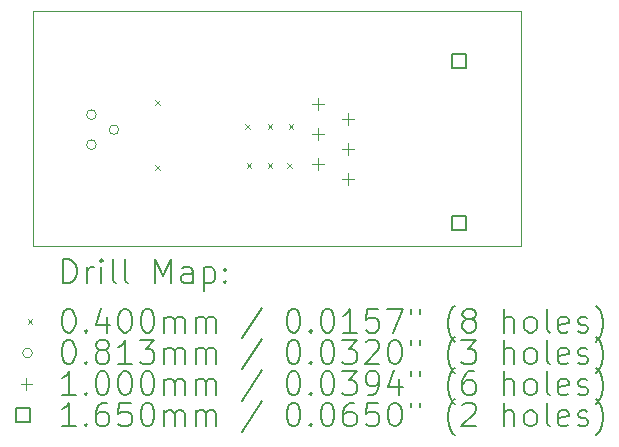
<source format=gbr>
%TF.GenerationSoftware,KiCad,Pcbnew,7.0.6*%
%TF.CreationDate,2023-12-02T19:46:23-07:00*%
%TF.ProjectId,Temperature Sensor Board 2,54656d70-6572-4617-9475-72652053656e,rev?*%
%TF.SameCoordinates,Original*%
%TF.FileFunction,Drillmap*%
%TF.FilePolarity,Positive*%
%FSLAX45Y45*%
G04 Gerber Fmt 4.5, Leading zero omitted, Abs format (unit mm)*
G04 Created by KiCad (PCBNEW 7.0.6) date 2023-12-02 19:46:23*
%MOMM*%
%LPD*%
G01*
G04 APERTURE LIST*
%ADD10C,0.100000*%
%ADD11C,0.200000*%
%ADD12C,0.040000*%
%ADD13C,0.081280*%
%ADD14C,0.165000*%
G04 APERTURE END LIST*
D10*
X10968735Y-8416035D02*
X15100300Y-8416035D01*
X15100300Y-10401300D01*
X10968735Y-10401300D01*
X10968735Y-8416035D01*
D11*
D12*
X12002835Y-9170735D02*
X12042835Y-9210735D01*
X12042835Y-9170735D02*
X12002835Y-9210735D01*
X12002835Y-9716835D02*
X12042835Y-9756835D01*
X12042835Y-9716835D02*
X12002835Y-9756835D01*
X12764835Y-9373935D02*
X12804835Y-9413935D01*
X12804835Y-9373935D02*
X12764835Y-9413935D01*
X12777535Y-9704135D02*
X12817535Y-9744135D01*
X12817535Y-9704135D02*
X12777535Y-9744135D01*
X12955335Y-9373935D02*
X12995335Y-9413935D01*
X12995335Y-9373935D02*
X12955335Y-9413935D01*
X12955335Y-9704135D02*
X12995335Y-9744135D01*
X12995335Y-9704135D02*
X12955335Y-9744135D01*
X13120435Y-9704135D02*
X13160435Y-9744135D01*
X13160435Y-9704135D02*
X13120435Y-9744135D01*
X13133135Y-9373935D02*
X13173135Y-9413935D01*
X13173135Y-9373935D02*
X13133135Y-9413935D01*
D13*
X11504675Y-9292335D02*
G75*
G03*
X11504675Y-9292335I-40640J0D01*
G01*
X11504675Y-9546335D02*
G75*
G03*
X11504675Y-9546335I-40640J0D01*
G01*
X11695175Y-9419335D02*
G75*
G03*
X11695175Y-9419335I-40640J0D01*
G01*
D10*
X13381735Y-9153435D02*
X13381735Y-9253435D01*
X13331735Y-9203435D02*
X13431735Y-9203435D01*
X13381735Y-9407435D02*
X13381735Y-9507435D01*
X13331735Y-9457435D02*
X13431735Y-9457435D01*
X13381735Y-9661435D02*
X13381735Y-9761435D01*
X13331735Y-9711435D02*
X13431735Y-9711435D01*
X13635735Y-9280435D02*
X13635735Y-9380435D01*
X13585735Y-9330435D02*
X13685735Y-9330435D01*
X13635735Y-9534435D02*
X13635735Y-9634435D01*
X13585735Y-9584435D02*
X13685735Y-9584435D01*
X13635735Y-9788435D02*
X13635735Y-9888435D01*
X13585735Y-9838435D02*
X13685735Y-9838435D01*
D14*
X14634072Y-8893772D02*
X14634072Y-8777099D01*
X14517398Y-8777099D01*
X14517398Y-8893772D01*
X14634072Y-8893772D01*
X14634072Y-10265772D02*
X14634072Y-10149099D01*
X14517398Y-10149099D01*
X14517398Y-10265772D01*
X14634072Y-10265772D01*
D11*
X11224512Y-10717784D02*
X11224512Y-10517784D01*
X11224512Y-10517784D02*
X11272131Y-10517784D01*
X11272131Y-10517784D02*
X11300703Y-10527308D01*
X11300703Y-10527308D02*
X11319750Y-10546355D01*
X11319750Y-10546355D02*
X11329274Y-10565403D01*
X11329274Y-10565403D02*
X11338798Y-10603498D01*
X11338798Y-10603498D02*
X11338798Y-10632070D01*
X11338798Y-10632070D02*
X11329274Y-10670165D01*
X11329274Y-10670165D02*
X11319750Y-10689212D01*
X11319750Y-10689212D02*
X11300703Y-10708260D01*
X11300703Y-10708260D02*
X11272131Y-10717784D01*
X11272131Y-10717784D02*
X11224512Y-10717784D01*
X11424512Y-10717784D02*
X11424512Y-10584450D01*
X11424512Y-10622546D02*
X11434036Y-10603498D01*
X11434036Y-10603498D02*
X11443560Y-10593974D01*
X11443560Y-10593974D02*
X11462607Y-10584450D01*
X11462607Y-10584450D02*
X11481655Y-10584450D01*
X11548322Y-10717784D02*
X11548322Y-10584450D01*
X11548322Y-10517784D02*
X11538798Y-10527308D01*
X11538798Y-10527308D02*
X11548322Y-10536831D01*
X11548322Y-10536831D02*
X11557845Y-10527308D01*
X11557845Y-10527308D02*
X11548322Y-10517784D01*
X11548322Y-10517784D02*
X11548322Y-10536831D01*
X11672131Y-10717784D02*
X11653084Y-10708260D01*
X11653084Y-10708260D02*
X11643560Y-10689212D01*
X11643560Y-10689212D02*
X11643560Y-10517784D01*
X11776893Y-10717784D02*
X11757845Y-10708260D01*
X11757845Y-10708260D02*
X11748322Y-10689212D01*
X11748322Y-10689212D02*
X11748322Y-10517784D01*
X12005465Y-10717784D02*
X12005465Y-10517784D01*
X12005465Y-10517784D02*
X12072131Y-10660641D01*
X12072131Y-10660641D02*
X12138798Y-10517784D01*
X12138798Y-10517784D02*
X12138798Y-10717784D01*
X12319750Y-10717784D02*
X12319750Y-10613022D01*
X12319750Y-10613022D02*
X12310226Y-10593974D01*
X12310226Y-10593974D02*
X12291179Y-10584450D01*
X12291179Y-10584450D02*
X12253084Y-10584450D01*
X12253084Y-10584450D02*
X12234036Y-10593974D01*
X12319750Y-10708260D02*
X12300703Y-10717784D01*
X12300703Y-10717784D02*
X12253084Y-10717784D01*
X12253084Y-10717784D02*
X12234036Y-10708260D01*
X12234036Y-10708260D02*
X12224512Y-10689212D01*
X12224512Y-10689212D02*
X12224512Y-10670165D01*
X12224512Y-10670165D02*
X12234036Y-10651117D01*
X12234036Y-10651117D02*
X12253084Y-10641593D01*
X12253084Y-10641593D02*
X12300703Y-10641593D01*
X12300703Y-10641593D02*
X12319750Y-10632070D01*
X12414988Y-10584450D02*
X12414988Y-10784450D01*
X12414988Y-10593974D02*
X12434036Y-10584450D01*
X12434036Y-10584450D02*
X12472131Y-10584450D01*
X12472131Y-10584450D02*
X12491179Y-10593974D01*
X12491179Y-10593974D02*
X12500703Y-10603498D01*
X12500703Y-10603498D02*
X12510226Y-10622546D01*
X12510226Y-10622546D02*
X12510226Y-10679689D01*
X12510226Y-10679689D02*
X12500703Y-10698736D01*
X12500703Y-10698736D02*
X12491179Y-10708260D01*
X12491179Y-10708260D02*
X12472131Y-10717784D01*
X12472131Y-10717784D02*
X12434036Y-10717784D01*
X12434036Y-10717784D02*
X12414988Y-10708260D01*
X12595941Y-10698736D02*
X12605465Y-10708260D01*
X12605465Y-10708260D02*
X12595941Y-10717784D01*
X12595941Y-10717784D02*
X12586417Y-10708260D01*
X12586417Y-10708260D02*
X12595941Y-10698736D01*
X12595941Y-10698736D02*
X12595941Y-10717784D01*
X12595941Y-10593974D02*
X12605465Y-10603498D01*
X12605465Y-10603498D02*
X12595941Y-10613022D01*
X12595941Y-10613022D02*
X12586417Y-10603498D01*
X12586417Y-10603498D02*
X12595941Y-10593974D01*
X12595941Y-10593974D02*
X12595941Y-10613022D01*
D12*
X10923735Y-11026300D02*
X10963735Y-11066300D01*
X10963735Y-11026300D02*
X10923735Y-11066300D01*
D11*
X11262607Y-10937784D02*
X11281655Y-10937784D01*
X11281655Y-10937784D02*
X11300703Y-10947308D01*
X11300703Y-10947308D02*
X11310226Y-10956831D01*
X11310226Y-10956831D02*
X11319750Y-10975879D01*
X11319750Y-10975879D02*
X11329274Y-11013974D01*
X11329274Y-11013974D02*
X11329274Y-11061593D01*
X11329274Y-11061593D02*
X11319750Y-11099689D01*
X11319750Y-11099689D02*
X11310226Y-11118736D01*
X11310226Y-11118736D02*
X11300703Y-11128260D01*
X11300703Y-11128260D02*
X11281655Y-11137784D01*
X11281655Y-11137784D02*
X11262607Y-11137784D01*
X11262607Y-11137784D02*
X11243560Y-11128260D01*
X11243560Y-11128260D02*
X11234036Y-11118736D01*
X11234036Y-11118736D02*
X11224512Y-11099689D01*
X11224512Y-11099689D02*
X11214988Y-11061593D01*
X11214988Y-11061593D02*
X11214988Y-11013974D01*
X11214988Y-11013974D02*
X11224512Y-10975879D01*
X11224512Y-10975879D02*
X11234036Y-10956831D01*
X11234036Y-10956831D02*
X11243560Y-10947308D01*
X11243560Y-10947308D02*
X11262607Y-10937784D01*
X11414988Y-11118736D02*
X11424512Y-11128260D01*
X11424512Y-11128260D02*
X11414988Y-11137784D01*
X11414988Y-11137784D02*
X11405465Y-11128260D01*
X11405465Y-11128260D02*
X11414988Y-11118736D01*
X11414988Y-11118736D02*
X11414988Y-11137784D01*
X11595941Y-11004450D02*
X11595941Y-11137784D01*
X11548322Y-10928260D02*
X11500703Y-11071117D01*
X11500703Y-11071117D02*
X11624512Y-11071117D01*
X11738798Y-10937784D02*
X11757846Y-10937784D01*
X11757846Y-10937784D02*
X11776893Y-10947308D01*
X11776893Y-10947308D02*
X11786417Y-10956831D01*
X11786417Y-10956831D02*
X11795941Y-10975879D01*
X11795941Y-10975879D02*
X11805465Y-11013974D01*
X11805465Y-11013974D02*
X11805465Y-11061593D01*
X11805465Y-11061593D02*
X11795941Y-11099689D01*
X11795941Y-11099689D02*
X11786417Y-11118736D01*
X11786417Y-11118736D02*
X11776893Y-11128260D01*
X11776893Y-11128260D02*
X11757846Y-11137784D01*
X11757846Y-11137784D02*
X11738798Y-11137784D01*
X11738798Y-11137784D02*
X11719750Y-11128260D01*
X11719750Y-11128260D02*
X11710226Y-11118736D01*
X11710226Y-11118736D02*
X11700703Y-11099689D01*
X11700703Y-11099689D02*
X11691179Y-11061593D01*
X11691179Y-11061593D02*
X11691179Y-11013974D01*
X11691179Y-11013974D02*
X11700703Y-10975879D01*
X11700703Y-10975879D02*
X11710226Y-10956831D01*
X11710226Y-10956831D02*
X11719750Y-10947308D01*
X11719750Y-10947308D02*
X11738798Y-10937784D01*
X11929274Y-10937784D02*
X11948322Y-10937784D01*
X11948322Y-10937784D02*
X11967369Y-10947308D01*
X11967369Y-10947308D02*
X11976893Y-10956831D01*
X11976893Y-10956831D02*
X11986417Y-10975879D01*
X11986417Y-10975879D02*
X11995941Y-11013974D01*
X11995941Y-11013974D02*
X11995941Y-11061593D01*
X11995941Y-11061593D02*
X11986417Y-11099689D01*
X11986417Y-11099689D02*
X11976893Y-11118736D01*
X11976893Y-11118736D02*
X11967369Y-11128260D01*
X11967369Y-11128260D02*
X11948322Y-11137784D01*
X11948322Y-11137784D02*
X11929274Y-11137784D01*
X11929274Y-11137784D02*
X11910226Y-11128260D01*
X11910226Y-11128260D02*
X11900703Y-11118736D01*
X11900703Y-11118736D02*
X11891179Y-11099689D01*
X11891179Y-11099689D02*
X11881655Y-11061593D01*
X11881655Y-11061593D02*
X11881655Y-11013974D01*
X11881655Y-11013974D02*
X11891179Y-10975879D01*
X11891179Y-10975879D02*
X11900703Y-10956831D01*
X11900703Y-10956831D02*
X11910226Y-10947308D01*
X11910226Y-10947308D02*
X11929274Y-10937784D01*
X12081655Y-11137784D02*
X12081655Y-11004450D01*
X12081655Y-11023498D02*
X12091179Y-11013974D01*
X12091179Y-11013974D02*
X12110226Y-11004450D01*
X12110226Y-11004450D02*
X12138798Y-11004450D01*
X12138798Y-11004450D02*
X12157846Y-11013974D01*
X12157846Y-11013974D02*
X12167369Y-11033022D01*
X12167369Y-11033022D02*
X12167369Y-11137784D01*
X12167369Y-11033022D02*
X12176893Y-11013974D01*
X12176893Y-11013974D02*
X12195941Y-11004450D01*
X12195941Y-11004450D02*
X12224512Y-11004450D01*
X12224512Y-11004450D02*
X12243560Y-11013974D01*
X12243560Y-11013974D02*
X12253084Y-11033022D01*
X12253084Y-11033022D02*
X12253084Y-11137784D01*
X12348322Y-11137784D02*
X12348322Y-11004450D01*
X12348322Y-11023498D02*
X12357846Y-11013974D01*
X12357846Y-11013974D02*
X12376893Y-11004450D01*
X12376893Y-11004450D02*
X12405465Y-11004450D01*
X12405465Y-11004450D02*
X12424512Y-11013974D01*
X12424512Y-11013974D02*
X12434036Y-11033022D01*
X12434036Y-11033022D02*
X12434036Y-11137784D01*
X12434036Y-11033022D02*
X12443560Y-11013974D01*
X12443560Y-11013974D02*
X12462607Y-11004450D01*
X12462607Y-11004450D02*
X12491179Y-11004450D01*
X12491179Y-11004450D02*
X12510227Y-11013974D01*
X12510227Y-11013974D02*
X12519750Y-11033022D01*
X12519750Y-11033022D02*
X12519750Y-11137784D01*
X12910227Y-10928260D02*
X12738798Y-11185403D01*
X13167369Y-10937784D02*
X13186417Y-10937784D01*
X13186417Y-10937784D02*
X13205465Y-10947308D01*
X13205465Y-10947308D02*
X13214989Y-10956831D01*
X13214989Y-10956831D02*
X13224512Y-10975879D01*
X13224512Y-10975879D02*
X13234036Y-11013974D01*
X13234036Y-11013974D02*
X13234036Y-11061593D01*
X13234036Y-11061593D02*
X13224512Y-11099689D01*
X13224512Y-11099689D02*
X13214989Y-11118736D01*
X13214989Y-11118736D02*
X13205465Y-11128260D01*
X13205465Y-11128260D02*
X13186417Y-11137784D01*
X13186417Y-11137784D02*
X13167369Y-11137784D01*
X13167369Y-11137784D02*
X13148322Y-11128260D01*
X13148322Y-11128260D02*
X13138798Y-11118736D01*
X13138798Y-11118736D02*
X13129274Y-11099689D01*
X13129274Y-11099689D02*
X13119750Y-11061593D01*
X13119750Y-11061593D02*
X13119750Y-11013974D01*
X13119750Y-11013974D02*
X13129274Y-10975879D01*
X13129274Y-10975879D02*
X13138798Y-10956831D01*
X13138798Y-10956831D02*
X13148322Y-10947308D01*
X13148322Y-10947308D02*
X13167369Y-10937784D01*
X13319750Y-11118736D02*
X13329274Y-11128260D01*
X13329274Y-11128260D02*
X13319750Y-11137784D01*
X13319750Y-11137784D02*
X13310227Y-11128260D01*
X13310227Y-11128260D02*
X13319750Y-11118736D01*
X13319750Y-11118736D02*
X13319750Y-11137784D01*
X13453084Y-10937784D02*
X13472131Y-10937784D01*
X13472131Y-10937784D02*
X13491179Y-10947308D01*
X13491179Y-10947308D02*
X13500703Y-10956831D01*
X13500703Y-10956831D02*
X13510227Y-10975879D01*
X13510227Y-10975879D02*
X13519750Y-11013974D01*
X13519750Y-11013974D02*
X13519750Y-11061593D01*
X13519750Y-11061593D02*
X13510227Y-11099689D01*
X13510227Y-11099689D02*
X13500703Y-11118736D01*
X13500703Y-11118736D02*
X13491179Y-11128260D01*
X13491179Y-11128260D02*
X13472131Y-11137784D01*
X13472131Y-11137784D02*
X13453084Y-11137784D01*
X13453084Y-11137784D02*
X13434036Y-11128260D01*
X13434036Y-11128260D02*
X13424512Y-11118736D01*
X13424512Y-11118736D02*
X13414989Y-11099689D01*
X13414989Y-11099689D02*
X13405465Y-11061593D01*
X13405465Y-11061593D02*
X13405465Y-11013974D01*
X13405465Y-11013974D02*
X13414989Y-10975879D01*
X13414989Y-10975879D02*
X13424512Y-10956831D01*
X13424512Y-10956831D02*
X13434036Y-10947308D01*
X13434036Y-10947308D02*
X13453084Y-10937784D01*
X13710227Y-11137784D02*
X13595941Y-11137784D01*
X13653084Y-11137784D02*
X13653084Y-10937784D01*
X13653084Y-10937784D02*
X13634036Y-10966355D01*
X13634036Y-10966355D02*
X13614989Y-10985403D01*
X13614989Y-10985403D02*
X13595941Y-10994927D01*
X13891179Y-10937784D02*
X13795941Y-10937784D01*
X13795941Y-10937784D02*
X13786417Y-11033022D01*
X13786417Y-11033022D02*
X13795941Y-11023498D01*
X13795941Y-11023498D02*
X13814989Y-11013974D01*
X13814989Y-11013974D02*
X13862608Y-11013974D01*
X13862608Y-11013974D02*
X13881655Y-11023498D01*
X13881655Y-11023498D02*
X13891179Y-11033022D01*
X13891179Y-11033022D02*
X13900703Y-11052070D01*
X13900703Y-11052070D02*
X13900703Y-11099689D01*
X13900703Y-11099689D02*
X13891179Y-11118736D01*
X13891179Y-11118736D02*
X13881655Y-11128260D01*
X13881655Y-11128260D02*
X13862608Y-11137784D01*
X13862608Y-11137784D02*
X13814989Y-11137784D01*
X13814989Y-11137784D02*
X13795941Y-11128260D01*
X13795941Y-11128260D02*
X13786417Y-11118736D01*
X13967370Y-10937784D02*
X14100703Y-10937784D01*
X14100703Y-10937784D02*
X14014989Y-11137784D01*
X14167370Y-10937784D02*
X14167370Y-10975879D01*
X14243560Y-10937784D02*
X14243560Y-10975879D01*
X14538798Y-11213974D02*
X14529274Y-11204450D01*
X14529274Y-11204450D02*
X14510227Y-11175879D01*
X14510227Y-11175879D02*
X14500703Y-11156831D01*
X14500703Y-11156831D02*
X14491179Y-11128260D01*
X14491179Y-11128260D02*
X14481655Y-11080641D01*
X14481655Y-11080641D02*
X14481655Y-11042546D01*
X14481655Y-11042546D02*
X14491179Y-10994927D01*
X14491179Y-10994927D02*
X14500703Y-10966355D01*
X14500703Y-10966355D02*
X14510227Y-10947308D01*
X14510227Y-10947308D02*
X14529274Y-10918736D01*
X14529274Y-10918736D02*
X14538798Y-10909212D01*
X14643560Y-11023498D02*
X14624512Y-11013974D01*
X14624512Y-11013974D02*
X14614989Y-11004450D01*
X14614989Y-11004450D02*
X14605465Y-10985403D01*
X14605465Y-10985403D02*
X14605465Y-10975879D01*
X14605465Y-10975879D02*
X14614989Y-10956831D01*
X14614989Y-10956831D02*
X14624512Y-10947308D01*
X14624512Y-10947308D02*
X14643560Y-10937784D01*
X14643560Y-10937784D02*
X14681655Y-10937784D01*
X14681655Y-10937784D02*
X14700703Y-10947308D01*
X14700703Y-10947308D02*
X14710227Y-10956831D01*
X14710227Y-10956831D02*
X14719751Y-10975879D01*
X14719751Y-10975879D02*
X14719751Y-10985403D01*
X14719751Y-10985403D02*
X14710227Y-11004450D01*
X14710227Y-11004450D02*
X14700703Y-11013974D01*
X14700703Y-11013974D02*
X14681655Y-11023498D01*
X14681655Y-11023498D02*
X14643560Y-11023498D01*
X14643560Y-11023498D02*
X14624512Y-11033022D01*
X14624512Y-11033022D02*
X14614989Y-11042546D01*
X14614989Y-11042546D02*
X14605465Y-11061593D01*
X14605465Y-11061593D02*
X14605465Y-11099689D01*
X14605465Y-11099689D02*
X14614989Y-11118736D01*
X14614989Y-11118736D02*
X14624512Y-11128260D01*
X14624512Y-11128260D02*
X14643560Y-11137784D01*
X14643560Y-11137784D02*
X14681655Y-11137784D01*
X14681655Y-11137784D02*
X14700703Y-11128260D01*
X14700703Y-11128260D02*
X14710227Y-11118736D01*
X14710227Y-11118736D02*
X14719751Y-11099689D01*
X14719751Y-11099689D02*
X14719751Y-11061593D01*
X14719751Y-11061593D02*
X14710227Y-11042546D01*
X14710227Y-11042546D02*
X14700703Y-11033022D01*
X14700703Y-11033022D02*
X14681655Y-11023498D01*
X14957846Y-11137784D02*
X14957846Y-10937784D01*
X15043560Y-11137784D02*
X15043560Y-11033022D01*
X15043560Y-11033022D02*
X15034036Y-11013974D01*
X15034036Y-11013974D02*
X15014989Y-11004450D01*
X15014989Y-11004450D02*
X14986417Y-11004450D01*
X14986417Y-11004450D02*
X14967370Y-11013974D01*
X14967370Y-11013974D02*
X14957846Y-11023498D01*
X15167370Y-11137784D02*
X15148322Y-11128260D01*
X15148322Y-11128260D02*
X15138798Y-11118736D01*
X15138798Y-11118736D02*
X15129274Y-11099689D01*
X15129274Y-11099689D02*
X15129274Y-11042546D01*
X15129274Y-11042546D02*
X15138798Y-11023498D01*
X15138798Y-11023498D02*
X15148322Y-11013974D01*
X15148322Y-11013974D02*
X15167370Y-11004450D01*
X15167370Y-11004450D02*
X15195941Y-11004450D01*
X15195941Y-11004450D02*
X15214989Y-11013974D01*
X15214989Y-11013974D02*
X15224513Y-11023498D01*
X15224513Y-11023498D02*
X15234036Y-11042546D01*
X15234036Y-11042546D02*
X15234036Y-11099689D01*
X15234036Y-11099689D02*
X15224513Y-11118736D01*
X15224513Y-11118736D02*
X15214989Y-11128260D01*
X15214989Y-11128260D02*
X15195941Y-11137784D01*
X15195941Y-11137784D02*
X15167370Y-11137784D01*
X15348322Y-11137784D02*
X15329274Y-11128260D01*
X15329274Y-11128260D02*
X15319751Y-11109212D01*
X15319751Y-11109212D02*
X15319751Y-10937784D01*
X15500703Y-11128260D02*
X15481655Y-11137784D01*
X15481655Y-11137784D02*
X15443560Y-11137784D01*
X15443560Y-11137784D02*
X15424513Y-11128260D01*
X15424513Y-11128260D02*
X15414989Y-11109212D01*
X15414989Y-11109212D02*
X15414989Y-11033022D01*
X15414989Y-11033022D02*
X15424513Y-11013974D01*
X15424513Y-11013974D02*
X15443560Y-11004450D01*
X15443560Y-11004450D02*
X15481655Y-11004450D01*
X15481655Y-11004450D02*
X15500703Y-11013974D01*
X15500703Y-11013974D02*
X15510227Y-11033022D01*
X15510227Y-11033022D02*
X15510227Y-11052070D01*
X15510227Y-11052070D02*
X15414989Y-11071117D01*
X15586417Y-11128260D02*
X15605465Y-11137784D01*
X15605465Y-11137784D02*
X15643560Y-11137784D01*
X15643560Y-11137784D02*
X15662608Y-11128260D01*
X15662608Y-11128260D02*
X15672132Y-11109212D01*
X15672132Y-11109212D02*
X15672132Y-11099689D01*
X15672132Y-11099689D02*
X15662608Y-11080641D01*
X15662608Y-11080641D02*
X15643560Y-11071117D01*
X15643560Y-11071117D02*
X15614989Y-11071117D01*
X15614989Y-11071117D02*
X15595941Y-11061593D01*
X15595941Y-11061593D02*
X15586417Y-11042546D01*
X15586417Y-11042546D02*
X15586417Y-11033022D01*
X15586417Y-11033022D02*
X15595941Y-11013974D01*
X15595941Y-11013974D02*
X15614989Y-11004450D01*
X15614989Y-11004450D02*
X15643560Y-11004450D01*
X15643560Y-11004450D02*
X15662608Y-11013974D01*
X15738798Y-11213974D02*
X15748322Y-11204450D01*
X15748322Y-11204450D02*
X15767370Y-11175879D01*
X15767370Y-11175879D02*
X15776894Y-11156831D01*
X15776894Y-11156831D02*
X15786417Y-11128260D01*
X15786417Y-11128260D02*
X15795941Y-11080641D01*
X15795941Y-11080641D02*
X15795941Y-11042546D01*
X15795941Y-11042546D02*
X15786417Y-10994927D01*
X15786417Y-10994927D02*
X15776894Y-10966355D01*
X15776894Y-10966355D02*
X15767370Y-10947308D01*
X15767370Y-10947308D02*
X15748322Y-10918736D01*
X15748322Y-10918736D02*
X15738798Y-10909212D01*
D13*
X10963735Y-11310300D02*
G75*
G03*
X10963735Y-11310300I-40640J0D01*
G01*
D11*
X11262607Y-11201784D02*
X11281655Y-11201784D01*
X11281655Y-11201784D02*
X11300703Y-11211308D01*
X11300703Y-11211308D02*
X11310226Y-11220831D01*
X11310226Y-11220831D02*
X11319750Y-11239879D01*
X11319750Y-11239879D02*
X11329274Y-11277974D01*
X11329274Y-11277974D02*
X11329274Y-11325593D01*
X11329274Y-11325593D02*
X11319750Y-11363688D01*
X11319750Y-11363688D02*
X11310226Y-11382736D01*
X11310226Y-11382736D02*
X11300703Y-11392260D01*
X11300703Y-11392260D02*
X11281655Y-11401784D01*
X11281655Y-11401784D02*
X11262607Y-11401784D01*
X11262607Y-11401784D02*
X11243560Y-11392260D01*
X11243560Y-11392260D02*
X11234036Y-11382736D01*
X11234036Y-11382736D02*
X11224512Y-11363688D01*
X11224512Y-11363688D02*
X11214988Y-11325593D01*
X11214988Y-11325593D02*
X11214988Y-11277974D01*
X11214988Y-11277974D02*
X11224512Y-11239879D01*
X11224512Y-11239879D02*
X11234036Y-11220831D01*
X11234036Y-11220831D02*
X11243560Y-11211308D01*
X11243560Y-11211308D02*
X11262607Y-11201784D01*
X11414988Y-11382736D02*
X11424512Y-11392260D01*
X11424512Y-11392260D02*
X11414988Y-11401784D01*
X11414988Y-11401784D02*
X11405465Y-11392260D01*
X11405465Y-11392260D02*
X11414988Y-11382736D01*
X11414988Y-11382736D02*
X11414988Y-11401784D01*
X11538798Y-11287498D02*
X11519750Y-11277974D01*
X11519750Y-11277974D02*
X11510226Y-11268450D01*
X11510226Y-11268450D02*
X11500703Y-11249403D01*
X11500703Y-11249403D02*
X11500703Y-11239879D01*
X11500703Y-11239879D02*
X11510226Y-11220831D01*
X11510226Y-11220831D02*
X11519750Y-11211308D01*
X11519750Y-11211308D02*
X11538798Y-11201784D01*
X11538798Y-11201784D02*
X11576893Y-11201784D01*
X11576893Y-11201784D02*
X11595941Y-11211308D01*
X11595941Y-11211308D02*
X11605465Y-11220831D01*
X11605465Y-11220831D02*
X11614988Y-11239879D01*
X11614988Y-11239879D02*
X11614988Y-11249403D01*
X11614988Y-11249403D02*
X11605465Y-11268450D01*
X11605465Y-11268450D02*
X11595941Y-11277974D01*
X11595941Y-11277974D02*
X11576893Y-11287498D01*
X11576893Y-11287498D02*
X11538798Y-11287498D01*
X11538798Y-11287498D02*
X11519750Y-11297022D01*
X11519750Y-11297022D02*
X11510226Y-11306546D01*
X11510226Y-11306546D02*
X11500703Y-11325593D01*
X11500703Y-11325593D02*
X11500703Y-11363688D01*
X11500703Y-11363688D02*
X11510226Y-11382736D01*
X11510226Y-11382736D02*
X11519750Y-11392260D01*
X11519750Y-11392260D02*
X11538798Y-11401784D01*
X11538798Y-11401784D02*
X11576893Y-11401784D01*
X11576893Y-11401784D02*
X11595941Y-11392260D01*
X11595941Y-11392260D02*
X11605465Y-11382736D01*
X11605465Y-11382736D02*
X11614988Y-11363688D01*
X11614988Y-11363688D02*
X11614988Y-11325593D01*
X11614988Y-11325593D02*
X11605465Y-11306546D01*
X11605465Y-11306546D02*
X11595941Y-11297022D01*
X11595941Y-11297022D02*
X11576893Y-11287498D01*
X11805465Y-11401784D02*
X11691179Y-11401784D01*
X11748322Y-11401784D02*
X11748322Y-11201784D01*
X11748322Y-11201784D02*
X11729274Y-11230355D01*
X11729274Y-11230355D02*
X11710226Y-11249403D01*
X11710226Y-11249403D02*
X11691179Y-11258927D01*
X11872131Y-11201784D02*
X11995941Y-11201784D01*
X11995941Y-11201784D02*
X11929274Y-11277974D01*
X11929274Y-11277974D02*
X11957846Y-11277974D01*
X11957846Y-11277974D02*
X11976893Y-11287498D01*
X11976893Y-11287498D02*
X11986417Y-11297022D01*
X11986417Y-11297022D02*
X11995941Y-11316069D01*
X11995941Y-11316069D02*
X11995941Y-11363688D01*
X11995941Y-11363688D02*
X11986417Y-11382736D01*
X11986417Y-11382736D02*
X11976893Y-11392260D01*
X11976893Y-11392260D02*
X11957846Y-11401784D01*
X11957846Y-11401784D02*
X11900703Y-11401784D01*
X11900703Y-11401784D02*
X11881655Y-11392260D01*
X11881655Y-11392260D02*
X11872131Y-11382736D01*
X12081655Y-11401784D02*
X12081655Y-11268450D01*
X12081655Y-11287498D02*
X12091179Y-11277974D01*
X12091179Y-11277974D02*
X12110226Y-11268450D01*
X12110226Y-11268450D02*
X12138798Y-11268450D01*
X12138798Y-11268450D02*
X12157846Y-11277974D01*
X12157846Y-11277974D02*
X12167369Y-11297022D01*
X12167369Y-11297022D02*
X12167369Y-11401784D01*
X12167369Y-11297022D02*
X12176893Y-11277974D01*
X12176893Y-11277974D02*
X12195941Y-11268450D01*
X12195941Y-11268450D02*
X12224512Y-11268450D01*
X12224512Y-11268450D02*
X12243560Y-11277974D01*
X12243560Y-11277974D02*
X12253084Y-11297022D01*
X12253084Y-11297022D02*
X12253084Y-11401784D01*
X12348322Y-11401784D02*
X12348322Y-11268450D01*
X12348322Y-11287498D02*
X12357846Y-11277974D01*
X12357846Y-11277974D02*
X12376893Y-11268450D01*
X12376893Y-11268450D02*
X12405465Y-11268450D01*
X12405465Y-11268450D02*
X12424512Y-11277974D01*
X12424512Y-11277974D02*
X12434036Y-11297022D01*
X12434036Y-11297022D02*
X12434036Y-11401784D01*
X12434036Y-11297022D02*
X12443560Y-11277974D01*
X12443560Y-11277974D02*
X12462607Y-11268450D01*
X12462607Y-11268450D02*
X12491179Y-11268450D01*
X12491179Y-11268450D02*
X12510227Y-11277974D01*
X12510227Y-11277974D02*
X12519750Y-11297022D01*
X12519750Y-11297022D02*
X12519750Y-11401784D01*
X12910227Y-11192260D02*
X12738798Y-11449403D01*
X13167369Y-11201784D02*
X13186417Y-11201784D01*
X13186417Y-11201784D02*
X13205465Y-11211308D01*
X13205465Y-11211308D02*
X13214989Y-11220831D01*
X13214989Y-11220831D02*
X13224512Y-11239879D01*
X13224512Y-11239879D02*
X13234036Y-11277974D01*
X13234036Y-11277974D02*
X13234036Y-11325593D01*
X13234036Y-11325593D02*
X13224512Y-11363688D01*
X13224512Y-11363688D02*
X13214989Y-11382736D01*
X13214989Y-11382736D02*
X13205465Y-11392260D01*
X13205465Y-11392260D02*
X13186417Y-11401784D01*
X13186417Y-11401784D02*
X13167369Y-11401784D01*
X13167369Y-11401784D02*
X13148322Y-11392260D01*
X13148322Y-11392260D02*
X13138798Y-11382736D01*
X13138798Y-11382736D02*
X13129274Y-11363688D01*
X13129274Y-11363688D02*
X13119750Y-11325593D01*
X13119750Y-11325593D02*
X13119750Y-11277974D01*
X13119750Y-11277974D02*
X13129274Y-11239879D01*
X13129274Y-11239879D02*
X13138798Y-11220831D01*
X13138798Y-11220831D02*
X13148322Y-11211308D01*
X13148322Y-11211308D02*
X13167369Y-11201784D01*
X13319750Y-11382736D02*
X13329274Y-11392260D01*
X13329274Y-11392260D02*
X13319750Y-11401784D01*
X13319750Y-11401784D02*
X13310227Y-11392260D01*
X13310227Y-11392260D02*
X13319750Y-11382736D01*
X13319750Y-11382736D02*
X13319750Y-11401784D01*
X13453084Y-11201784D02*
X13472131Y-11201784D01*
X13472131Y-11201784D02*
X13491179Y-11211308D01*
X13491179Y-11211308D02*
X13500703Y-11220831D01*
X13500703Y-11220831D02*
X13510227Y-11239879D01*
X13510227Y-11239879D02*
X13519750Y-11277974D01*
X13519750Y-11277974D02*
X13519750Y-11325593D01*
X13519750Y-11325593D02*
X13510227Y-11363688D01*
X13510227Y-11363688D02*
X13500703Y-11382736D01*
X13500703Y-11382736D02*
X13491179Y-11392260D01*
X13491179Y-11392260D02*
X13472131Y-11401784D01*
X13472131Y-11401784D02*
X13453084Y-11401784D01*
X13453084Y-11401784D02*
X13434036Y-11392260D01*
X13434036Y-11392260D02*
X13424512Y-11382736D01*
X13424512Y-11382736D02*
X13414989Y-11363688D01*
X13414989Y-11363688D02*
X13405465Y-11325593D01*
X13405465Y-11325593D02*
X13405465Y-11277974D01*
X13405465Y-11277974D02*
X13414989Y-11239879D01*
X13414989Y-11239879D02*
X13424512Y-11220831D01*
X13424512Y-11220831D02*
X13434036Y-11211308D01*
X13434036Y-11211308D02*
X13453084Y-11201784D01*
X13586417Y-11201784D02*
X13710227Y-11201784D01*
X13710227Y-11201784D02*
X13643560Y-11277974D01*
X13643560Y-11277974D02*
X13672131Y-11277974D01*
X13672131Y-11277974D02*
X13691179Y-11287498D01*
X13691179Y-11287498D02*
X13700703Y-11297022D01*
X13700703Y-11297022D02*
X13710227Y-11316069D01*
X13710227Y-11316069D02*
X13710227Y-11363688D01*
X13710227Y-11363688D02*
X13700703Y-11382736D01*
X13700703Y-11382736D02*
X13691179Y-11392260D01*
X13691179Y-11392260D02*
X13672131Y-11401784D01*
X13672131Y-11401784D02*
X13614989Y-11401784D01*
X13614989Y-11401784D02*
X13595941Y-11392260D01*
X13595941Y-11392260D02*
X13586417Y-11382736D01*
X13786417Y-11220831D02*
X13795941Y-11211308D01*
X13795941Y-11211308D02*
X13814989Y-11201784D01*
X13814989Y-11201784D02*
X13862608Y-11201784D01*
X13862608Y-11201784D02*
X13881655Y-11211308D01*
X13881655Y-11211308D02*
X13891179Y-11220831D01*
X13891179Y-11220831D02*
X13900703Y-11239879D01*
X13900703Y-11239879D02*
X13900703Y-11258927D01*
X13900703Y-11258927D02*
X13891179Y-11287498D01*
X13891179Y-11287498D02*
X13776893Y-11401784D01*
X13776893Y-11401784D02*
X13900703Y-11401784D01*
X14024512Y-11201784D02*
X14043560Y-11201784D01*
X14043560Y-11201784D02*
X14062608Y-11211308D01*
X14062608Y-11211308D02*
X14072131Y-11220831D01*
X14072131Y-11220831D02*
X14081655Y-11239879D01*
X14081655Y-11239879D02*
X14091179Y-11277974D01*
X14091179Y-11277974D02*
X14091179Y-11325593D01*
X14091179Y-11325593D02*
X14081655Y-11363688D01*
X14081655Y-11363688D02*
X14072131Y-11382736D01*
X14072131Y-11382736D02*
X14062608Y-11392260D01*
X14062608Y-11392260D02*
X14043560Y-11401784D01*
X14043560Y-11401784D02*
X14024512Y-11401784D01*
X14024512Y-11401784D02*
X14005465Y-11392260D01*
X14005465Y-11392260D02*
X13995941Y-11382736D01*
X13995941Y-11382736D02*
X13986417Y-11363688D01*
X13986417Y-11363688D02*
X13976893Y-11325593D01*
X13976893Y-11325593D02*
X13976893Y-11277974D01*
X13976893Y-11277974D02*
X13986417Y-11239879D01*
X13986417Y-11239879D02*
X13995941Y-11220831D01*
X13995941Y-11220831D02*
X14005465Y-11211308D01*
X14005465Y-11211308D02*
X14024512Y-11201784D01*
X14167370Y-11201784D02*
X14167370Y-11239879D01*
X14243560Y-11201784D02*
X14243560Y-11239879D01*
X14538798Y-11477974D02*
X14529274Y-11468450D01*
X14529274Y-11468450D02*
X14510227Y-11439879D01*
X14510227Y-11439879D02*
X14500703Y-11420831D01*
X14500703Y-11420831D02*
X14491179Y-11392260D01*
X14491179Y-11392260D02*
X14481655Y-11344641D01*
X14481655Y-11344641D02*
X14481655Y-11306546D01*
X14481655Y-11306546D02*
X14491179Y-11258927D01*
X14491179Y-11258927D02*
X14500703Y-11230355D01*
X14500703Y-11230355D02*
X14510227Y-11211308D01*
X14510227Y-11211308D02*
X14529274Y-11182736D01*
X14529274Y-11182736D02*
X14538798Y-11173212D01*
X14595941Y-11201784D02*
X14719751Y-11201784D01*
X14719751Y-11201784D02*
X14653084Y-11277974D01*
X14653084Y-11277974D02*
X14681655Y-11277974D01*
X14681655Y-11277974D02*
X14700703Y-11287498D01*
X14700703Y-11287498D02*
X14710227Y-11297022D01*
X14710227Y-11297022D02*
X14719751Y-11316069D01*
X14719751Y-11316069D02*
X14719751Y-11363688D01*
X14719751Y-11363688D02*
X14710227Y-11382736D01*
X14710227Y-11382736D02*
X14700703Y-11392260D01*
X14700703Y-11392260D02*
X14681655Y-11401784D01*
X14681655Y-11401784D02*
X14624512Y-11401784D01*
X14624512Y-11401784D02*
X14605465Y-11392260D01*
X14605465Y-11392260D02*
X14595941Y-11382736D01*
X14957846Y-11401784D02*
X14957846Y-11201784D01*
X15043560Y-11401784D02*
X15043560Y-11297022D01*
X15043560Y-11297022D02*
X15034036Y-11277974D01*
X15034036Y-11277974D02*
X15014989Y-11268450D01*
X15014989Y-11268450D02*
X14986417Y-11268450D01*
X14986417Y-11268450D02*
X14967370Y-11277974D01*
X14967370Y-11277974D02*
X14957846Y-11287498D01*
X15167370Y-11401784D02*
X15148322Y-11392260D01*
X15148322Y-11392260D02*
X15138798Y-11382736D01*
X15138798Y-11382736D02*
X15129274Y-11363688D01*
X15129274Y-11363688D02*
X15129274Y-11306546D01*
X15129274Y-11306546D02*
X15138798Y-11287498D01*
X15138798Y-11287498D02*
X15148322Y-11277974D01*
X15148322Y-11277974D02*
X15167370Y-11268450D01*
X15167370Y-11268450D02*
X15195941Y-11268450D01*
X15195941Y-11268450D02*
X15214989Y-11277974D01*
X15214989Y-11277974D02*
X15224513Y-11287498D01*
X15224513Y-11287498D02*
X15234036Y-11306546D01*
X15234036Y-11306546D02*
X15234036Y-11363688D01*
X15234036Y-11363688D02*
X15224513Y-11382736D01*
X15224513Y-11382736D02*
X15214989Y-11392260D01*
X15214989Y-11392260D02*
X15195941Y-11401784D01*
X15195941Y-11401784D02*
X15167370Y-11401784D01*
X15348322Y-11401784D02*
X15329274Y-11392260D01*
X15329274Y-11392260D02*
X15319751Y-11373212D01*
X15319751Y-11373212D02*
X15319751Y-11201784D01*
X15500703Y-11392260D02*
X15481655Y-11401784D01*
X15481655Y-11401784D02*
X15443560Y-11401784D01*
X15443560Y-11401784D02*
X15424513Y-11392260D01*
X15424513Y-11392260D02*
X15414989Y-11373212D01*
X15414989Y-11373212D02*
X15414989Y-11297022D01*
X15414989Y-11297022D02*
X15424513Y-11277974D01*
X15424513Y-11277974D02*
X15443560Y-11268450D01*
X15443560Y-11268450D02*
X15481655Y-11268450D01*
X15481655Y-11268450D02*
X15500703Y-11277974D01*
X15500703Y-11277974D02*
X15510227Y-11297022D01*
X15510227Y-11297022D02*
X15510227Y-11316069D01*
X15510227Y-11316069D02*
X15414989Y-11335117D01*
X15586417Y-11392260D02*
X15605465Y-11401784D01*
X15605465Y-11401784D02*
X15643560Y-11401784D01*
X15643560Y-11401784D02*
X15662608Y-11392260D01*
X15662608Y-11392260D02*
X15672132Y-11373212D01*
X15672132Y-11373212D02*
X15672132Y-11363688D01*
X15672132Y-11363688D02*
X15662608Y-11344641D01*
X15662608Y-11344641D02*
X15643560Y-11335117D01*
X15643560Y-11335117D02*
X15614989Y-11335117D01*
X15614989Y-11335117D02*
X15595941Y-11325593D01*
X15595941Y-11325593D02*
X15586417Y-11306546D01*
X15586417Y-11306546D02*
X15586417Y-11297022D01*
X15586417Y-11297022D02*
X15595941Y-11277974D01*
X15595941Y-11277974D02*
X15614989Y-11268450D01*
X15614989Y-11268450D02*
X15643560Y-11268450D01*
X15643560Y-11268450D02*
X15662608Y-11277974D01*
X15738798Y-11477974D02*
X15748322Y-11468450D01*
X15748322Y-11468450D02*
X15767370Y-11439879D01*
X15767370Y-11439879D02*
X15776894Y-11420831D01*
X15776894Y-11420831D02*
X15786417Y-11392260D01*
X15786417Y-11392260D02*
X15795941Y-11344641D01*
X15795941Y-11344641D02*
X15795941Y-11306546D01*
X15795941Y-11306546D02*
X15786417Y-11258927D01*
X15786417Y-11258927D02*
X15776894Y-11230355D01*
X15776894Y-11230355D02*
X15767370Y-11211308D01*
X15767370Y-11211308D02*
X15748322Y-11182736D01*
X15748322Y-11182736D02*
X15738798Y-11173212D01*
D10*
X10913735Y-11524300D02*
X10913735Y-11624300D01*
X10863735Y-11574300D02*
X10963735Y-11574300D01*
D11*
X11329274Y-11665784D02*
X11214988Y-11665784D01*
X11272131Y-11665784D02*
X11272131Y-11465784D01*
X11272131Y-11465784D02*
X11253084Y-11494355D01*
X11253084Y-11494355D02*
X11234036Y-11513403D01*
X11234036Y-11513403D02*
X11214988Y-11522927D01*
X11414988Y-11646736D02*
X11424512Y-11656260D01*
X11424512Y-11656260D02*
X11414988Y-11665784D01*
X11414988Y-11665784D02*
X11405465Y-11656260D01*
X11405465Y-11656260D02*
X11414988Y-11646736D01*
X11414988Y-11646736D02*
X11414988Y-11665784D01*
X11548322Y-11465784D02*
X11567369Y-11465784D01*
X11567369Y-11465784D02*
X11586417Y-11475308D01*
X11586417Y-11475308D02*
X11595941Y-11484831D01*
X11595941Y-11484831D02*
X11605465Y-11503879D01*
X11605465Y-11503879D02*
X11614988Y-11541974D01*
X11614988Y-11541974D02*
X11614988Y-11589593D01*
X11614988Y-11589593D02*
X11605465Y-11627688D01*
X11605465Y-11627688D02*
X11595941Y-11646736D01*
X11595941Y-11646736D02*
X11586417Y-11656260D01*
X11586417Y-11656260D02*
X11567369Y-11665784D01*
X11567369Y-11665784D02*
X11548322Y-11665784D01*
X11548322Y-11665784D02*
X11529274Y-11656260D01*
X11529274Y-11656260D02*
X11519750Y-11646736D01*
X11519750Y-11646736D02*
X11510226Y-11627688D01*
X11510226Y-11627688D02*
X11500703Y-11589593D01*
X11500703Y-11589593D02*
X11500703Y-11541974D01*
X11500703Y-11541974D02*
X11510226Y-11503879D01*
X11510226Y-11503879D02*
X11519750Y-11484831D01*
X11519750Y-11484831D02*
X11529274Y-11475308D01*
X11529274Y-11475308D02*
X11548322Y-11465784D01*
X11738798Y-11465784D02*
X11757846Y-11465784D01*
X11757846Y-11465784D02*
X11776893Y-11475308D01*
X11776893Y-11475308D02*
X11786417Y-11484831D01*
X11786417Y-11484831D02*
X11795941Y-11503879D01*
X11795941Y-11503879D02*
X11805465Y-11541974D01*
X11805465Y-11541974D02*
X11805465Y-11589593D01*
X11805465Y-11589593D02*
X11795941Y-11627688D01*
X11795941Y-11627688D02*
X11786417Y-11646736D01*
X11786417Y-11646736D02*
X11776893Y-11656260D01*
X11776893Y-11656260D02*
X11757846Y-11665784D01*
X11757846Y-11665784D02*
X11738798Y-11665784D01*
X11738798Y-11665784D02*
X11719750Y-11656260D01*
X11719750Y-11656260D02*
X11710226Y-11646736D01*
X11710226Y-11646736D02*
X11700703Y-11627688D01*
X11700703Y-11627688D02*
X11691179Y-11589593D01*
X11691179Y-11589593D02*
X11691179Y-11541974D01*
X11691179Y-11541974D02*
X11700703Y-11503879D01*
X11700703Y-11503879D02*
X11710226Y-11484831D01*
X11710226Y-11484831D02*
X11719750Y-11475308D01*
X11719750Y-11475308D02*
X11738798Y-11465784D01*
X11929274Y-11465784D02*
X11948322Y-11465784D01*
X11948322Y-11465784D02*
X11967369Y-11475308D01*
X11967369Y-11475308D02*
X11976893Y-11484831D01*
X11976893Y-11484831D02*
X11986417Y-11503879D01*
X11986417Y-11503879D02*
X11995941Y-11541974D01*
X11995941Y-11541974D02*
X11995941Y-11589593D01*
X11995941Y-11589593D02*
X11986417Y-11627688D01*
X11986417Y-11627688D02*
X11976893Y-11646736D01*
X11976893Y-11646736D02*
X11967369Y-11656260D01*
X11967369Y-11656260D02*
X11948322Y-11665784D01*
X11948322Y-11665784D02*
X11929274Y-11665784D01*
X11929274Y-11665784D02*
X11910226Y-11656260D01*
X11910226Y-11656260D02*
X11900703Y-11646736D01*
X11900703Y-11646736D02*
X11891179Y-11627688D01*
X11891179Y-11627688D02*
X11881655Y-11589593D01*
X11881655Y-11589593D02*
X11881655Y-11541974D01*
X11881655Y-11541974D02*
X11891179Y-11503879D01*
X11891179Y-11503879D02*
X11900703Y-11484831D01*
X11900703Y-11484831D02*
X11910226Y-11475308D01*
X11910226Y-11475308D02*
X11929274Y-11465784D01*
X12081655Y-11665784D02*
X12081655Y-11532450D01*
X12081655Y-11551498D02*
X12091179Y-11541974D01*
X12091179Y-11541974D02*
X12110226Y-11532450D01*
X12110226Y-11532450D02*
X12138798Y-11532450D01*
X12138798Y-11532450D02*
X12157846Y-11541974D01*
X12157846Y-11541974D02*
X12167369Y-11561022D01*
X12167369Y-11561022D02*
X12167369Y-11665784D01*
X12167369Y-11561022D02*
X12176893Y-11541974D01*
X12176893Y-11541974D02*
X12195941Y-11532450D01*
X12195941Y-11532450D02*
X12224512Y-11532450D01*
X12224512Y-11532450D02*
X12243560Y-11541974D01*
X12243560Y-11541974D02*
X12253084Y-11561022D01*
X12253084Y-11561022D02*
X12253084Y-11665784D01*
X12348322Y-11665784D02*
X12348322Y-11532450D01*
X12348322Y-11551498D02*
X12357846Y-11541974D01*
X12357846Y-11541974D02*
X12376893Y-11532450D01*
X12376893Y-11532450D02*
X12405465Y-11532450D01*
X12405465Y-11532450D02*
X12424512Y-11541974D01*
X12424512Y-11541974D02*
X12434036Y-11561022D01*
X12434036Y-11561022D02*
X12434036Y-11665784D01*
X12434036Y-11561022D02*
X12443560Y-11541974D01*
X12443560Y-11541974D02*
X12462607Y-11532450D01*
X12462607Y-11532450D02*
X12491179Y-11532450D01*
X12491179Y-11532450D02*
X12510227Y-11541974D01*
X12510227Y-11541974D02*
X12519750Y-11561022D01*
X12519750Y-11561022D02*
X12519750Y-11665784D01*
X12910227Y-11456260D02*
X12738798Y-11713403D01*
X13167369Y-11465784D02*
X13186417Y-11465784D01*
X13186417Y-11465784D02*
X13205465Y-11475308D01*
X13205465Y-11475308D02*
X13214989Y-11484831D01*
X13214989Y-11484831D02*
X13224512Y-11503879D01*
X13224512Y-11503879D02*
X13234036Y-11541974D01*
X13234036Y-11541974D02*
X13234036Y-11589593D01*
X13234036Y-11589593D02*
X13224512Y-11627688D01*
X13224512Y-11627688D02*
X13214989Y-11646736D01*
X13214989Y-11646736D02*
X13205465Y-11656260D01*
X13205465Y-11656260D02*
X13186417Y-11665784D01*
X13186417Y-11665784D02*
X13167369Y-11665784D01*
X13167369Y-11665784D02*
X13148322Y-11656260D01*
X13148322Y-11656260D02*
X13138798Y-11646736D01*
X13138798Y-11646736D02*
X13129274Y-11627688D01*
X13129274Y-11627688D02*
X13119750Y-11589593D01*
X13119750Y-11589593D02*
X13119750Y-11541974D01*
X13119750Y-11541974D02*
X13129274Y-11503879D01*
X13129274Y-11503879D02*
X13138798Y-11484831D01*
X13138798Y-11484831D02*
X13148322Y-11475308D01*
X13148322Y-11475308D02*
X13167369Y-11465784D01*
X13319750Y-11646736D02*
X13329274Y-11656260D01*
X13329274Y-11656260D02*
X13319750Y-11665784D01*
X13319750Y-11665784D02*
X13310227Y-11656260D01*
X13310227Y-11656260D02*
X13319750Y-11646736D01*
X13319750Y-11646736D02*
X13319750Y-11665784D01*
X13453084Y-11465784D02*
X13472131Y-11465784D01*
X13472131Y-11465784D02*
X13491179Y-11475308D01*
X13491179Y-11475308D02*
X13500703Y-11484831D01*
X13500703Y-11484831D02*
X13510227Y-11503879D01*
X13510227Y-11503879D02*
X13519750Y-11541974D01*
X13519750Y-11541974D02*
X13519750Y-11589593D01*
X13519750Y-11589593D02*
X13510227Y-11627688D01*
X13510227Y-11627688D02*
X13500703Y-11646736D01*
X13500703Y-11646736D02*
X13491179Y-11656260D01*
X13491179Y-11656260D02*
X13472131Y-11665784D01*
X13472131Y-11665784D02*
X13453084Y-11665784D01*
X13453084Y-11665784D02*
X13434036Y-11656260D01*
X13434036Y-11656260D02*
X13424512Y-11646736D01*
X13424512Y-11646736D02*
X13414989Y-11627688D01*
X13414989Y-11627688D02*
X13405465Y-11589593D01*
X13405465Y-11589593D02*
X13405465Y-11541974D01*
X13405465Y-11541974D02*
X13414989Y-11503879D01*
X13414989Y-11503879D02*
X13424512Y-11484831D01*
X13424512Y-11484831D02*
X13434036Y-11475308D01*
X13434036Y-11475308D02*
X13453084Y-11465784D01*
X13586417Y-11465784D02*
X13710227Y-11465784D01*
X13710227Y-11465784D02*
X13643560Y-11541974D01*
X13643560Y-11541974D02*
X13672131Y-11541974D01*
X13672131Y-11541974D02*
X13691179Y-11551498D01*
X13691179Y-11551498D02*
X13700703Y-11561022D01*
X13700703Y-11561022D02*
X13710227Y-11580069D01*
X13710227Y-11580069D02*
X13710227Y-11627688D01*
X13710227Y-11627688D02*
X13700703Y-11646736D01*
X13700703Y-11646736D02*
X13691179Y-11656260D01*
X13691179Y-11656260D02*
X13672131Y-11665784D01*
X13672131Y-11665784D02*
X13614989Y-11665784D01*
X13614989Y-11665784D02*
X13595941Y-11656260D01*
X13595941Y-11656260D02*
X13586417Y-11646736D01*
X13805465Y-11665784D02*
X13843560Y-11665784D01*
X13843560Y-11665784D02*
X13862608Y-11656260D01*
X13862608Y-11656260D02*
X13872131Y-11646736D01*
X13872131Y-11646736D02*
X13891179Y-11618165D01*
X13891179Y-11618165D02*
X13900703Y-11580069D01*
X13900703Y-11580069D02*
X13900703Y-11503879D01*
X13900703Y-11503879D02*
X13891179Y-11484831D01*
X13891179Y-11484831D02*
X13881655Y-11475308D01*
X13881655Y-11475308D02*
X13862608Y-11465784D01*
X13862608Y-11465784D02*
X13824512Y-11465784D01*
X13824512Y-11465784D02*
X13805465Y-11475308D01*
X13805465Y-11475308D02*
X13795941Y-11484831D01*
X13795941Y-11484831D02*
X13786417Y-11503879D01*
X13786417Y-11503879D02*
X13786417Y-11551498D01*
X13786417Y-11551498D02*
X13795941Y-11570546D01*
X13795941Y-11570546D02*
X13805465Y-11580069D01*
X13805465Y-11580069D02*
X13824512Y-11589593D01*
X13824512Y-11589593D02*
X13862608Y-11589593D01*
X13862608Y-11589593D02*
X13881655Y-11580069D01*
X13881655Y-11580069D02*
X13891179Y-11570546D01*
X13891179Y-11570546D02*
X13900703Y-11551498D01*
X14072131Y-11532450D02*
X14072131Y-11665784D01*
X14024512Y-11456260D02*
X13976893Y-11599117D01*
X13976893Y-11599117D02*
X14100703Y-11599117D01*
X14167370Y-11465784D02*
X14167370Y-11503879D01*
X14243560Y-11465784D02*
X14243560Y-11503879D01*
X14538798Y-11741974D02*
X14529274Y-11732450D01*
X14529274Y-11732450D02*
X14510227Y-11703879D01*
X14510227Y-11703879D02*
X14500703Y-11684831D01*
X14500703Y-11684831D02*
X14491179Y-11656260D01*
X14491179Y-11656260D02*
X14481655Y-11608641D01*
X14481655Y-11608641D02*
X14481655Y-11570546D01*
X14481655Y-11570546D02*
X14491179Y-11522927D01*
X14491179Y-11522927D02*
X14500703Y-11494355D01*
X14500703Y-11494355D02*
X14510227Y-11475308D01*
X14510227Y-11475308D02*
X14529274Y-11446736D01*
X14529274Y-11446736D02*
X14538798Y-11437212D01*
X14700703Y-11465784D02*
X14662608Y-11465784D01*
X14662608Y-11465784D02*
X14643560Y-11475308D01*
X14643560Y-11475308D02*
X14634036Y-11484831D01*
X14634036Y-11484831D02*
X14614989Y-11513403D01*
X14614989Y-11513403D02*
X14605465Y-11551498D01*
X14605465Y-11551498D02*
X14605465Y-11627688D01*
X14605465Y-11627688D02*
X14614989Y-11646736D01*
X14614989Y-11646736D02*
X14624512Y-11656260D01*
X14624512Y-11656260D02*
X14643560Y-11665784D01*
X14643560Y-11665784D02*
X14681655Y-11665784D01*
X14681655Y-11665784D02*
X14700703Y-11656260D01*
X14700703Y-11656260D02*
X14710227Y-11646736D01*
X14710227Y-11646736D02*
X14719751Y-11627688D01*
X14719751Y-11627688D02*
X14719751Y-11580069D01*
X14719751Y-11580069D02*
X14710227Y-11561022D01*
X14710227Y-11561022D02*
X14700703Y-11551498D01*
X14700703Y-11551498D02*
X14681655Y-11541974D01*
X14681655Y-11541974D02*
X14643560Y-11541974D01*
X14643560Y-11541974D02*
X14624512Y-11551498D01*
X14624512Y-11551498D02*
X14614989Y-11561022D01*
X14614989Y-11561022D02*
X14605465Y-11580069D01*
X14957846Y-11665784D02*
X14957846Y-11465784D01*
X15043560Y-11665784D02*
X15043560Y-11561022D01*
X15043560Y-11561022D02*
X15034036Y-11541974D01*
X15034036Y-11541974D02*
X15014989Y-11532450D01*
X15014989Y-11532450D02*
X14986417Y-11532450D01*
X14986417Y-11532450D02*
X14967370Y-11541974D01*
X14967370Y-11541974D02*
X14957846Y-11551498D01*
X15167370Y-11665784D02*
X15148322Y-11656260D01*
X15148322Y-11656260D02*
X15138798Y-11646736D01*
X15138798Y-11646736D02*
X15129274Y-11627688D01*
X15129274Y-11627688D02*
X15129274Y-11570546D01*
X15129274Y-11570546D02*
X15138798Y-11551498D01*
X15138798Y-11551498D02*
X15148322Y-11541974D01*
X15148322Y-11541974D02*
X15167370Y-11532450D01*
X15167370Y-11532450D02*
X15195941Y-11532450D01*
X15195941Y-11532450D02*
X15214989Y-11541974D01*
X15214989Y-11541974D02*
X15224513Y-11551498D01*
X15224513Y-11551498D02*
X15234036Y-11570546D01*
X15234036Y-11570546D02*
X15234036Y-11627688D01*
X15234036Y-11627688D02*
X15224513Y-11646736D01*
X15224513Y-11646736D02*
X15214989Y-11656260D01*
X15214989Y-11656260D02*
X15195941Y-11665784D01*
X15195941Y-11665784D02*
X15167370Y-11665784D01*
X15348322Y-11665784D02*
X15329274Y-11656260D01*
X15329274Y-11656260D02*
X15319751Y-11637212D01*
X15319751Y-11637212D02*
X15319751Y-11465784D01*
X15500703Y-11656260D02*
X15481655Y-11665784D01*
X15481655Y-11665784D02*
X15443560Y-11665784D01*
X15443560Y-11665784D02*
X15424513Y-11656260D01*
X15424513Y-11656260D02*
X15414989Y-11637212D01*
X15414989Y-11637212D02*
X15414989Y-11561022D01*
X15414989Y-11561022D02*
X15424513Y-11541974D01*
X15424513Y-11541974D02*
X15443560Y-11532450D01*
X15443560Y-11532450D02*
X15481655Y-11532450D01*
X15481655Y-11532450D02*
X15500703Y-11541974D01*
X15500703Y-11541974D02*
X15510227Y-11561022D01*
X15510227Y-11561022D02*
X15510227Y-11580069D01*
X15510227Y-11580069D02*
X15414989Y-11599117D01*
X15586417Y-11656260D02*
X15605465Y-11665784D01*
X15605465Y-11665784D02*
X15643560Y-11665784D01*
X15643560Y-11665784D02*
X15662608Y-11656260D01*
X15662608Y-11656260D02*
X15672132Y-11637212D01*
X15672132Y-11637212D02*
X15672132Y-11627688D01*
X15672132Y-11627688D02*
X15662608Y-11608641D01*
X15662608Y-11608641D02*
X15643560Y-11599117D01*
X15643560Y-11599117D02*
X15614989Y-11599117D01*
X15614989Y-11599117D02*
X15595941Y-11589593D01*
X15595941Y-11589593D02*
X15586417Y-11570546D01*
X15586417Y-11570546D02*
X15586417Y-11561022D01*
X15586417Y-11561022D02*
X15595941Y-11541974D01*
X15595941Y-11541974D02*
X15614989Y-11532450D01*
X15614989Y-11532450D02*
X15643560Y-11532450D01*
X15643560Y-11532450D02*
X15662608Y-11541974D01*
X15738798Y-11741974D02*
X15748322Y-11732450D01*
X15748322Y-11732450D02*
X15767370Y-11703879D01*
X15767370Y-11703879D02*
X15776894Y-11684831D01*
X15776894Y-11684831D02*
X15786417Y-11656260D01*
X15786417Y-11656260D02*
X15795941Y-11608641D01*
X15795941Y-11608641D02*
X15795941Y-11570546D01*
X15795941Y-11570546D02*
X15786417Y-11522927D01*
X15786417Y-11522927D02*
X15776894Y-11494355D01*
X15776894Y-11494355D02*
X15767370Y-11475308D01*
X15767370Y-11475308D02*
X15748322Y-11446736D01*
X15748322Y-11446736D02*
X15738798Y-11437212D01*
D14*
X10939572Y-11896637D02*
X10939572Y-11779963D01*
X10822899Y-11779963D01*
X10822899Y-11896637D01*
X10939572Y-11896637D01*
D11*
X11329274Y-11929784D02*
X11214988Y-11929784D01*
X11272131Y-11929784D02*
X11272131Y-11729784D01*
X11272131Y-11729784D02*
X11253084Y-11758355D01*
X11253084Y-11758355D02*
X11234036Y-11777403D01*
X11234036Y-11777403D02*
X11214988Y-11786927D01*
X11414988Y-11910736D02*
X11424512Y-11920260D01*
X11424512Y-11920260D02*
X11414988Y-11929784D01*
X11414988Y-11929784D02*
X11405465Y-11920260D01*
X11405465Y-11920260D02*
X11414988Y-11910736D01*
X11414988Y-11910736D02*
X11414988Y-11929784D01*
X11595941Y-11729784D02*
X11557845Y-11729784D01*
X11557845Y-11729784D02*
X11538798Y-11739308D01*
X11538798Y-11739308D02*
X11529274Y-11748831D01*
X11529274Y-11748831D02*
X11510226Y-11777403D01*
X11510226Y-11777403D02*
X11500703Y-11815498D01*
X11500703Y-11815498D02*
X11500703Y-11891688D01*
X11500703Y-11891688D02*
X11510226Y-11910736D01*
X11510226Y-11910736D02*
X11519750Y-11920260D01*
X11519750Y-11920260D02*
X11538798Y-11929784D01*
X11538798Y-11929784D02*
X11576893Y-11929784D01*
X11576893Y-11929784D02*
X11595941Y-11920260D01*
X11595941Y-11920260D02*
X11605465Y-11910736D01*
X11605465Y-11910736D02*
X11614988Y-11891688D01*
X11614988Y-11891688D02*
X11614988Y-11844069D01*
X11614988Y-11844069D02*
X11605465Y-11825022D01*
X11605465Y-11825022D02*
X11595941Y-11815498D01*
X11595941Y-11815498D02*
X11576893Y-11805974D01*
X11576893Y-11805974D02*
X11538798Y-11805974D01*
X11538798Y-11805974D02*
X11519750Y-11815498D01*
X11519750Y-11815498D02*
X11510226Y-11825022D01*
X11510226Y-11825022D02*
X11500703Y-11844069D01*
X11795941Y-11729784D02*
X11700703Y-11729784D01*
X11700703Y-11729784D02*
X11691179Y-11825022D01*
X11691179Y-11825022D02*
X11700703Y-11815498D01*
X11700703Y-11815498D02*
X11719750Y-11805974D01*
X11719750Y-11805974D02*
X11767369Y-11805974D01*
X11767369Y-11805974D02*
X11786417Y-11815498D01*
X11786417Y-11815498D02*
X11795941Y-11825022D01*
X11795941Y-11825022D02*
X11805465Y-11844069D01*
X11805465Y-11844069D02*
X11805465Y-11891688D01*
X11805465Y-11891688D02*
X11795941Y-11910736D01*
X11795941Y-11910736D02*
X11786417Y-11920260D01*
X11786417Y-11920260D02*
X11767369Y-11929784D01*
X11767369Y-11929784D02*
X11719750Y-11929784D01*
X11719750Y-11929784D02*
X11700703Y-11920260D01*
X11700703Y-11920260D02*
X11691179Y-11910736D01*
X11929274Y-11729784D02*
X11948322Y-11729784D01*
X11948322Y-11729784D02*
X11967369Y-11739308D01*
X11967369Y-11739308D02*
X11976893Y-11748831D01*
X11976893Y-11748831D02*
X11986417Y-11767879D01*
X11986417Y-11767879D02*
X11995941Y-11805974D01*
X11995941Y-11805974D02*
X11995941Y-11853593D01*
X11995941Y-11853593D02*
X11986417Y-11891688D01*
X11986417Y-11891688D02*
X11976893Y-11910736D01*
X11976893Y-11910736D02*
X11967369Y-11920260D01*
X11967369Y-11920260D02*
X11948322Y-11929784D01*
X11948322Y-11929784D02*
X11929274Y-11929784D01*
X11929274Y-11929784D02*
X11910226Y-11920260D01*
X11910226Y-11920260D02*
X11900703Y-11910736D01*
X11900703Y-11910736D02*
X11891179Y-11891688D01*
X11891179Y-11891688D02*
X11881655Y-11853593D01*
X11881655Y-11853593D02*
X11881655Y-11805974D01*
X11881655Y-11805974D02*
X11891179Y-11767879D01*
X11891179Y-11767879D02*
X11900703Y-11748831D01*
X11900703Y-11748831D02*
X11910226Y-11739308D01*
X11910226Y-11739308D02*
X11929274Y-11729784D01*
X12081655Y-11929784D02*
X12081655Y-11796450D01*
X12081655Y-11815498D02*
X12091179Y-11805974D01*
X12091179Y-11805974D02*
X12110226Y-11796450D01*
X12110226Y-11796450D02*
X12138798Y-11796450D01*
X12138798Y-11796450D02*
X12157846Y-11805974D01*
X12157846Y-11805974D02*
X12167369Y-11825022D01*
X12167369Y-11825022D02*
X12167369Y-11929784D01*
X12167369Y-11825022D02*
X12176893Y-11805974D01*
X12176893Y-11805974D02*
X12195941Y-11796450D01*
X12195941Y-11796450D02*
X12224512Y-11796450D01*
X12224512Y-11796450D02*
X12243560Y-11805974D01*
X12243560Y-11805974D02*
X12253084Y-11825022D01*
X12253084Y-11825022D02*
X12253084Y-11929784D01*
X12348322Y-11929784D02*
X12348322Y-11796450D01*
X12348322Y-11815498D02*
X12357846Y-11805974D01*
X12357846Y-11805974D02*
X12376893Y-11796450D01*
X12376893Y-11796450D02*
X12405465Y-11796450D01*
X12405465Y-11796450D02*
X12424512Y-11805974D01*
X12424512Y-11805974D02*
X12434036Y-11825022D01*
X12434036Y-11825022D02*
X12434036Y-11929784D01*
X12434036Y-11825022D02*
X12443560Y-11805974D01*
X12443560Y-11805974D02*
X12462607Y-11796450D01*
X12462607Y-11796450D02*
X12491179Y-11796450D01*
X12491179Y-11796450D02*
X12510227Y-11805974D01*
X12510227Y-11805974D02*
X12519750Y-11825022D01*
X12519750Y-11825022D02*
X12519750Y-11929784D01*
X12910227Y-11720260D02*
X12738798Y-11977403D01*
X13167369Y-11729784D02*
X13186417Y-11729784D01*
X13186417Y-11729784D02*
X13205465Y-11739308D01*
X13205465Y-11739308D02*
X13214989Y-11748831D01*
X13214989Y-11748831D02*
X13224512Y-11767879D01*
X13224512Y-11767879D02*
X13234036Y-11805974D01*
X13234036Y-11805974D02*
X13234036Y-11853593D01*
X13234036Y-11853593D02*
X13224512Y-11891688D01*
X13224512Y-11891688D02*
X13214989Y-11910736D01*
X13214989Y-11910736D02*
X13205465Y-11920260D01*
X13205465Y-11920260D02*
X13186417Y-11929784D01*
X13186417Y-11929784D02*
X13167369Y-11929784D01*
X13167369Y-11929784D02*
X13148322Y-11920260D01*
X13148322Y-11920260D02*
X13138798Y-11910736D01*
X13138798Y-11910736D02*
X13129274Y-11891688D01*
X13129274Y-11891688D02*
X13119750Y-11853593D01*
X13119750Y-11853593D02*
X13119750Y-11805974D01*
X13119750Y-11805974D02*
X13129274Y-11767879D01*
X13129274Y-11767879D02*
X13138798Y-11748831D01*
X13138798Y-11748831D02*
X13148322Y-11739308D01*
X13148322Y-11739308D02*
X13167369Y-11729784D01*
X13319750Y-11910736D02*
X13329274Y-11920260D01*
X13329274Y-11920260D02*
X13319750Y-11929784D01*
X13319750Y-11929784D02*
X13310227Y-11920260D01*
X13310227Y-11920260D02*
X13319750Y-11910736D01*
X13319750Y-11910736D02*
X13319750Y-11929784D01*
X13453084Y-11729784D02*
X13472131Y-11729784D01*
X13472131Y-11729784D02*
X13491179Y-11739308D01*
X13491179Y-11739308D02*
X13500703Y-11748831D01*
X13500703Y-11748831D02*
X13510227Y-11767879D01*
X13510227Y-11767879D02*
X13519750Y-11805974D01*
X13519750Y-11805974D02*
X13519750Y-11853593D01*
X13519750Y-11853593D02*
X13510227Y-11891688D01*
X13510227Y-11891688D02*
X13500703Y-11910736D01*
X13500703Y-11910736D02*
X13491179Y-11920260D01*
X13491179Y-11920260D02*
X13472131Y-11929784D01*
X13472131Y-11929784D02*
X13453084Y-11929784D01*
X13453084Y-11929784D02*
X13434036Y-11920260D01*
X13434036Y-11920260D02*
X13424512Y-11910736D01*
X13424512Y-11910736D02*
X13414989Y-11891688D01*
X13414989Y-11891688D02*
X13405465Y-11853593D01*
X13405465Y-11853593D02*
X13405465Y-11805974D01*
X13405465Y-11805974D02*
X13414989Y-11767879D01*
X13414989Y-11767879D02*
X13424512Y-11748831D01*
X13424512Y-11748831D02*
X13434036Y-11739308D01*
X13434036Y-11739308D02*
X13453084Y-11729784D01*
X13691179Y-11729784D02*
X13653084Y-11729784D01*
X13653084Y-11729784D02*
X13634036Y-11739308D01*
X13634036Y-11739308D02*
X13624512Y-11748831D01*
X13624512Y-11748831D02*
X13605465Y-11777403D01*
X13605465Y-11777403D02*
X13595941Y-11815498D01*
X13595941Y-11815498D02*
X13595941Y-11891688D01*
X13595941Y-11891688D02*
X13605465Y-11910736D01*
X13605465Y-11910736D02*
X13614989Y-11920260D01*
X13614989Y-11920260D02*
X13634036Y-11929784D01*
X13634036Y-11929784D02*
X13672131Y-11929784D01*
X13672131Y-11929784D02*
X13691179Y-11920260D01*
X13691179Y-11920260D02*
X13700703Y-11910736D01*
X13700703Y-11910736D02*
X13710227Y-11891688D01*
X13710227Y-11891688D02*
X13710227Y-11844069D01*
X13710227Y-11844069D02*
X13700703Y-11825022D01*
X13700703Y-11825022D02*
X13691179Y-11815498D01*
X13691179Y-11815498D02*
X13672131Y-11805974D01*
X13672131Y-11805974D02*
X13634036Y-11805974D01*
X13634036Y-11805974D02*
X13614989Y-11815498D01*
X13614989Y-11815498D02*
X13605465Y-11825022D01*
X13605465Y-11825022D02*
X13595941Y-11844069D01*
X13891179Y-11729784D02*
X13795941Y-11729784D01*
X13795941Y-11729784D02*
X13786417Y-11825022D01*
X13786417Y-11825022D02*
X13795941Y-11815498D01*
X13795941Y-11815498D02*
X13814989Y-11805974D01*
X13814989Y-11805974D02*
X13862608Y-11805974D01*
X13862608Y-11805974D02*
X13881655Y-11815498D01*
X13881655Y-11815498D02*
X13891179Y-11825022D01*
X13891179Y-11825022D02*
X13900703Y-11844069D01*
X13900703Y-11844069D02*
X13900703Y-11891688D01*
X13900703Y-11891688D02*
X13891179Y-11910736D01*
X13891179Y-11910736D02*
X13881655Y-11920260D01*
X13881655Y-11920260D02*
X13862608Y-11929784D01*
X13862608Y-11929784D02*
X13814989Y-11929784D01*
X13814989Y-11929784D02*
X13795941Y-11920260D01*
X13795941Y-11920260D02*
X13786417Y-11910736D01*
X14024512Y-11729784D02*
X14043560Y-11729784D01*
X14043560Y-11729784D02*
X14062608Y-11739308D01*
X14062608Y-11739308D02*
X14072131Y-11748831D01*
X14072131Y-11748831D02*
X14081655Y-11767879D01*
X14081655Y-11767879D02*
X14091179Y-11805974D01*
X14091179Y-11805974D02*
X14091179Y-11853593D01*
X14091179Y-11853593D02*
X14081655Y-11891688D01*
X14081655Y-11891688D02*
X14072131Y-11910736D01*
X14072131Y-11910736D02*
X14062608Y-11920260D01*
X14062608Y-11920260D02*
X14043560Y-11929784D01*
X14043560Y-11929784D02*
X14024512Y-11929784D01*
X14024512Y-11929784D02*
X14005465Y-11920260D01*
X14005465Y-11920260D02*
X13995941Y-11910736D01*
X13995941Y-11910736D02*
X13986417Y-11891688D01*
X13986417Y-11891688D02*
X13976893Y-11853593D01*
X13976893Y-11853593D02*
X13976893Y-11805974D01*
X13976893Y-11805974D02*
X13986417Y-11767879D01*
X13986417Y-11767879D02*
X13995941Y-11748831D01*
X13995941Y-11748831D02*
X14005465Y-11739308D01*
X14005465Y-11739308D02*
X14024512Y-11729784D01*
X14167370Y-11729784D02*
X14167370Y-11767879D01*
X14243560Y-11729784D02*
X14243560Y-11767879D01*
X14538798Y-12005974D02*
X14529274Y-11996450D01*
X14529274Y-11996450D02*
X14510227Y-11967879D01*
X14510227Y-11967879D02*
X14500703Y-11948831D01*
X14500703Y-11948831D02*
X14491179Y-11920260D01*
X14491179Y-11920260D02*
X14481655Y-11872641D01*
X14481655Y-11872641D02*
X14481655Y-11834546D01*
X14481655Y-11834546D02*
X14491179Y-11786927D01*
X14491179Y-11786927D02*
X14500703Y-11758355D01*
X14500703Y-11758355D02*
X14510227Y-11739308D01*
X14510227Y-11739308D02*
X14529274Y-11710736D01*
X14529274Y-11710736D02*
X14538798Y-11701212D01*
X14605465Y-11748831D02*
X14614989Y-11739308D01*
X14614989Y-11739308D02*
X14634036Y-11729784D01*
X14634036Y-11729784D02*
X14681655Y-11729784D01*
X14681655Y-11729784D02*
X14700703Y-11739308D01*
X14700703Y-11739308D02*
X14710227Y-11748831D01*
X14710227Y-11748831D02*
X14719751Y-11767879D01*
X14719751Y-11767879D02*
X14719751Y-11786927D01*
X14719751Y-11786927D02*
X14710227Y-11815498D01*
X14710227Y-11815498D02*
X14595941Y-11929784D01*
X14595941Y-11929784D02*
X14719751Y-11929784D01*
X14957846Y-11929784D02*
X14957846Y-11729784D01*
X15043560Y-11929784D02*
X15043560Y-11825022D01*
X15043560Y-11825022D02*
X15034036Y-11805974D01*
X15034036Y-11805974D02*
X15014989Y-11796450D01*
X15014989Y-11796450D02*
X14986417Y-11796450D01*
X14986417Y-11796450D02*
X14967370Y-11805974D01*
X14967370Y-11805974D02*
X14957846Y-11815498D01*
X15167370Y-11929784D02*
X15148322Y-11920260D01*
X15148322Y-11920260D02*
X15138798Y-11910736D01*
X15138798Y-11910736D02*
X15129274Y-11891688D01*
X15129274Y-11891688D02*
X15129274Y-11834546D01*
X15129274Y-11834546D02*
X15138798Y-11815498D01*
X15138798Y-11815498D02*
X15148322Y-11805974D01*
X15148322Y-11805974D02*
X15167370Y-11796450D01*
X15167370Y-11796450D02*
X15195941Y-11796450D01*
X15195941Y-11796450D02*
X15214989Y-11805974D01*
X15214989Y-11805974D02*
X15224513Y-11815498D01*
X15224513Y-11815498D02*
X15234036Y-11834546D01*
X15234036Y-11834546D02*
X15234036Y-11891688D01*
X15234036Y-11891688D02*
X15224513Y-11910736D01*
X15224513Y-11910736D02*
X15214989Y-11920260D01*
X15214989Y-11920260D02*
X15195941Y-11929784D01*
X15195941Y-11929784D02*
X15167370Y-11929784D01*
X15348322Y-11929784D02*
X15329274Y-11920260D01*
X15329274Y-11920260D02*
X15319751Y-11901212D01*
X15319751Y-11901212D02*
X15319751Y-11729784D01*
X15500703Y-11920260D02*
X15481655Y-11929784D01*
X15481655Y-11929784D02*
X15443560Y-11929784D01*
X15443560Y-11929784D02*
X15424513Y-11920260D01*
X15424513Y-11920260D02*
X15414989Y-11901212D01*
X15414989Y-11901212D02*
X15414989Y-11825022D01*
X15414989Y-11825022D02*
X15424513Y-11805974D01*
X15424513Y-11805974D02*
X15443560Y-11796450D01*
X15443560Y-11796450D02*
X15481655Y-11796450D01*
X15481655Y-11796450D02*
X15500703Y-11805974D01*
X15500703Y-11805974D02*
X15510227Y-11825022D01*
X15510227Y-11825022D02*
X15510227Y-11844069D01*
X15510227Y-11844069D02*
X15414989Y-11863117D01*
X15586417Y-11920260D02*
X15605465Y-11929784D01*
X15605465Y-11929784D02*
X15643560Y-11929784D01*
X15643560Y-11929784D02*
X15662608Y-11920260D01*
X15662608Y-11920260D02*
X15672132Y-11901212D01*
X15672132Y-11901212D02*
X15672132Y-11891688D01*
X15672132Y-11891688D02*
X15662608Y-11872641D01*
X15662608Y-11872641D02*
X15643560Y-11863117D01*
X15643560Y-11863117D02*
X15614989Y-11863117D01*
X15614989Y-11863117D02*
X15595941Y-11853593D01*
X15595941Y-11853593D02*
X15586417Y-11834546D01*
X15586417Y-11834546D02*
X15586417Y-11825022D01*
X15586417Y-11825022D02*
X15595941Y-11805974D01*
X15595941Y-11805974D02*
X15614989Y-11796450D01*
X15614989Y-11796450D02*
X15643560Y-11796450D01*
X15643560Y-11796450D02*
X15662608Y-11805974D01*
X15738798Y-12005974D02*
X15748322Y-11996450D01*
X15748322Y-11996450D02*
X15767370Y-11967879D01*
X15767370Y-11967879D02*
X15776894Y-11948831D01*
X15776894Y-11948831D02*
X15786417Y-11920260D01*
X15786417Y-11920260D02*
X15795941Y-11872641D01*
X15795941Y-11872641D02*
X15795941Y-11834546D01*
X15795941Y-11834546D02*
X15786417Y-11786927D01*
X15786417Y-11786927D02*
X15776894Y-11758355D01*
X15776894Y-11758355D02*
X15767370Y-11739308D01*
X15767370Y-11739308D02*
X15748322Y-11710736D01*
X15748322Y-11710736D02*
X15738798Y-11701212D01*
M02*

</source>
